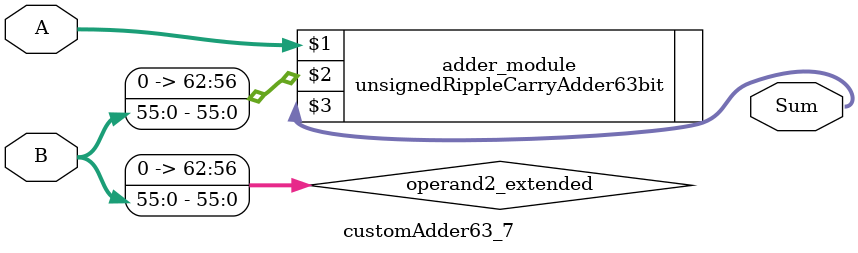
<source format=v>
module customAdder63_7(
                        input [62 : 0] A,
                        input [55 : 0] B,
                        
                        output [63 : 0] Sum
                );

        wire [62 : 0] operand2_extended;
        
        assign operand2_extended =  {7'b0, B};
        
        unsignedRippleCarryAdder63bit adder_module(
            A,
            operand2_extended,
            Sum
        );
        
        endmodule
        
</source>
